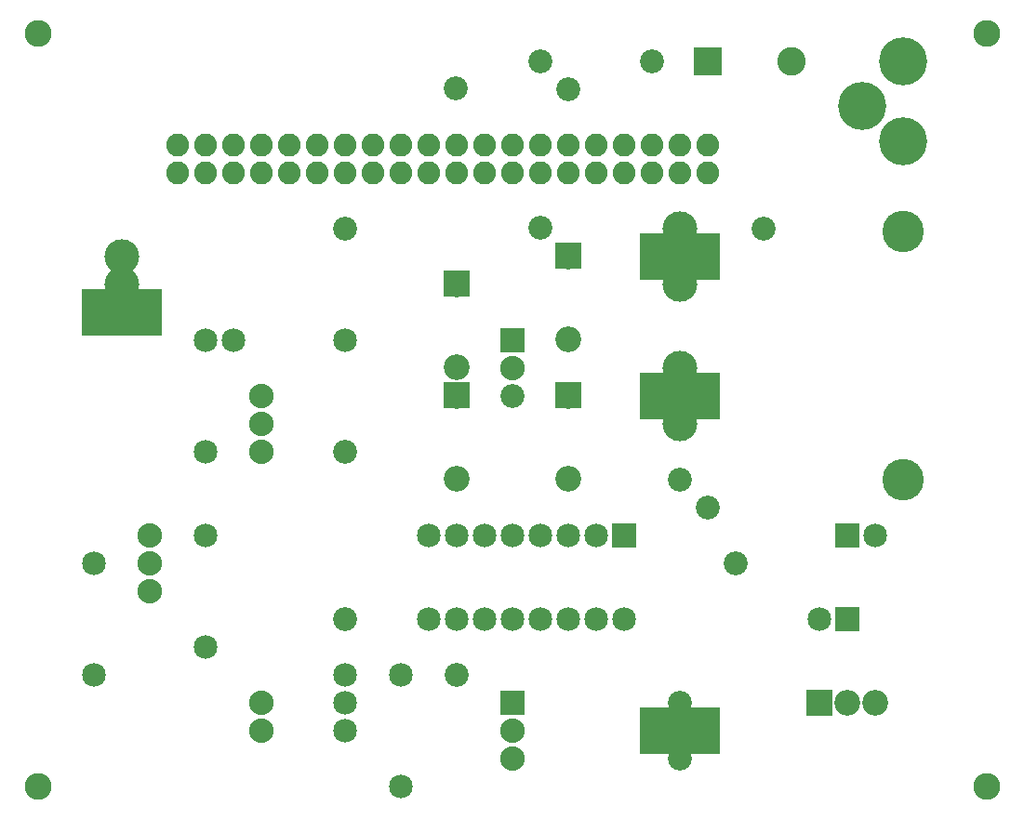
<source format=gts>
G04 MADE WITH FRITZING*
G04 WWW.FRITZING.ORG*
G04 DOUBLE SIDED*
G04 HOLES PLATED*
G04 CONTOUR ON CENTER OF CONTOUR VECTOR*
%ASAXBY*%
%FSLAX23Y23*%
%MOIN*%
%OFA0B0*%
%SFA1.0B1.0*%
%ADD10C,0.096614*%
%ADD11C,0.124173*%
%ADD12C,0.085433*%
%ADD13C,0.088000*%
%ADD14C,0.172000*%
%ADD15C,0.085000*%
%ADD16C,0.081889*%
%ADD17C,0.081917*%
%ADD18C,0.092000*%
%ADD19C,0.148890*%
%ADD20C,0.102000*%
%ADD21R,0.285590X0.167480*%
%ADD22R,0.085000X0.085000*%
%ADD23R,0.092000X0.092000*%
%ADD24R,0.088000X0.088000*%
%ADD25R,0.102000X0.102000*%
%LNMASK1*%
G90*
G70*
G54D10*
X3522Y116D03*
X122Y116D03*
X122Y2816D03*
G54D11*
X2422Y2116D03*
X2422Y1616D03*
G54D12*
X2422Y416D03*
G54D10*
X3522Y2816D03*
G54D13*
X522Y1016D03*
X522Y916D03*
X522Y816D03*
X922Y1316D03*
X922Y1416D03*
X922Y1516D03*
G54D12*
X1622Y516D03*
X2522Y1116D03*
X2422Y1216D03*
X1222Y1316D03*
X2622Y916D03*
X1822Y1516D03*
X2322Y2716D03*
X1222Y716D03*
G54D14*
X3223Y2428D03*
X3222Y2716D03*
X3075Y2553D03*
X3223Y2428D03*
X3222Y2716D03*
X3075Y2553D03*
G54D15*
X3022Y1016D03*
X3122Y1016D03*
X3022Y716D03*
X2922Y716D03*
X1222Y516D03*
X1222Y416D03*
X1222Y316D03*
X1422Y516D03*
X1422Y116D03*
G54D13*
X922Y416D03*
X922Y316D03*
G54D16*
X2522Y2416D03*
X2422Y2416D03*
X2322Y2416D03*
X2222Y2416D03*
G54D17*
X2122Y2416D03*
G54D16*
X2022Y2416D03*
X1922Y2416D03*
X1822Y2416D03*
X1722Y2416D03*
G54D17*
X1622Y2416D03*
G54D16*
X1522Y2416D03*
G54D17*
X1422Y2416D03*
G54D16*
X1322Y2416D03*
X1222Y2416D03*
X1122Y2416D03*
X1022Y2416D03*
G54D17*
X922Y2416D03*
G54D16*
X822Y2416D03*
X722Y2416D03*
X622Y2416D03*
X622Y2316D03*
X722Y2316D03*
X822Y2316D03*
G54D17*
X922Y2316D03*
G54D16*
X1022Y2316D03*
X1122Y2316D03*
X1222Y2316D03*
X1322Y2316D03*
G54D17*
X1422Y2316D03*
G54D16*
X1522Y2316D03*
G54D17*
X1622Y2316D03*
G54D16*
X1722Y2316D03*
X1822Y2316D03*
X1922Y2316D03*
X2022Y2316D03*
G54D17*
X2122Y2316D03*
G54D16*
X2222Y2316D03*
X2322Y2316D03*
X2422Y2316D03*
X2522Y2316D03*
G54D15*
X722Y616D03*
X722Y1016D03*
X322Y516D03*
X322Y916D03*
G54D18*
X2922Y416D03*
X3022Y416D03*
X3122Y416D03*
G54D15*
X2222Y1016D03*
X2222Y716D03*
X2122Y1016D03*
X2122Y716D03*
X2022Y1016D03*
X2022Y716D03*
X1922Y1016D03*
X1922Y716D03*
X1822Y1016D03*
X1822Y716D03*
X1722Y1016D03*
X1722Y716D03*
X1622Y1016D03*
X1622Y716D03*
X1522Y1016D03*
X1522Y716D03*
G54D13*
X1822Y1716D03*
X1822Y1616D03*
G54D18*
X2022Y1516D03*
X2022Y1218D03*
X1622Y1516D03*
X1622Y1218D03*
X1622Y1916D03*
X1622Y1618D03*
X2022Y2016D03*
X2022Y1718D03*
G54D19*
X3222Y2105D03*
X3222Y1216D03*
G54D20*
X2522Y2716D03*
X2822Y2716D03*
G54D15*
X722Y1716D03*
X722Y1316D03*
X822Y1716D03*
X1222Y1716D03*
G54D13*
X1822Y416D03*
X1822Y316D03*
X1822Y216D03*
G54D12*
X1222Y2116D03*
X1621Y2617D03*
X1922Y2716D03*
X2022Y2616D03*
X1922Y2118D03*
X2722Y2116D03*
G54D11*
X423Y1915D03*
X2422Y1416D03*
X2422Y1916D03*
G54D12*
X2422Y216D03*
G54D11*
X422Y2016D03*
G54D21*
X2422Y1516D03*
X422Y1816D03*
X2422Y2016D03*
X2422Y316D03*
G54D22*
X3022Y1016D03*
X3022Y716D03*
G54D23*
X2922Y416D03*
G54D22*
X2222Y1016D03*
G54D24*
X1822Y1716D03*
G54D23*
X2022Y1517D03*
X1622Y1517D03*
X1622Y1917D03*
X2022Y2017D03*
G54D25*
X2522Y2716D03*
G54D24*
X1822Y416D03*
G04 End of Mask1*
M02*
</source>
